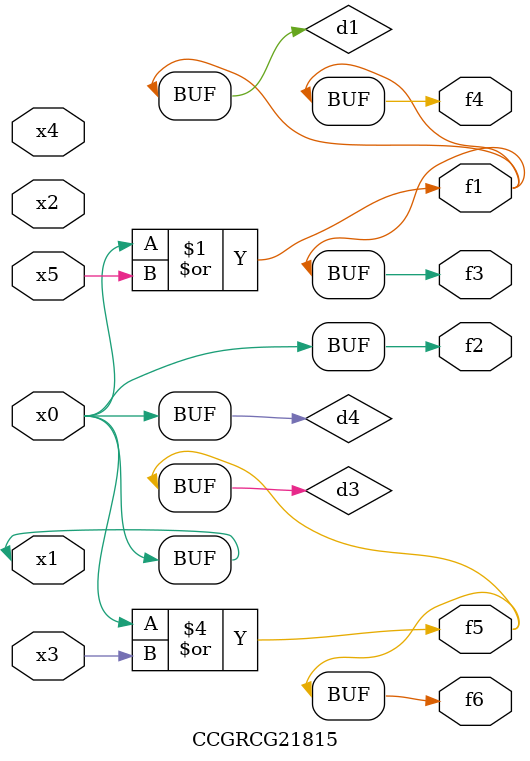
<source format=v>
module CCGRCG21815(
	input x0, x1, x2, x3, x4, x5,
	output f1, f2, f3, f4, f5, f6
);

	wire d1, d2, d3, d4;

	or (d1, x0, x5);
	xnor (d2, x1, x4);
	or (d3, x0, x3);
	buf (d4, x0, x1);
	assign f1 = d1;
	assign f2 = d4;
	assign f3 = d1;
	assign f4 = d1;
	assign f5 = d3;
	assign f6 = d3;
endmodule

</source>
